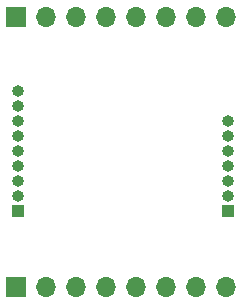
<source format=gbr>
%TF.GenerationSoftware,KiCad,Pcbnew,(7.0.0-0)*%
%TF.CreationDate,2023-10-19T00:03:18+09:00*%
%TF.ProjectId,shuttle-adaptor,73687574-746c-4652-9d61-646170746f72,rev?*%
%TF.SameCoordinates,Original*%
%TF.FileFunction,Soldermask,Top*%
%TF.FilePolarity,Negative*%
%FSLAX46Y46*%
G04 Gerber Fmt 4.6, Leading zero omitted, Abs format (unit mm)*
G04 Created by KiCad (PCBNEW (7.0.0-0)) date 2023-10-19 00:03:18*
%MOMM*%
%LPD*%
G01*
G04 APERTURE LIST*
%ADD10R,1.000000X1.000000*%
%ADD11O,1.000000X1.000000*%
%ADD12R,1.700000X1.700000*%
%ADD13O,1.700000X1.700000*%
G04 APERTURE END LIST*
D10*
%TO.C,A1*%
X144999999Y-84999999D03*
D11*
X144999999Y-83729999D03*
X144999999Y-82459999D03*
X144999999Y-81189999D03*
X144999999Y-79919999D03*
X144999999Y-78649999D03*
X144999999Y-77379999D03*
D10*
X127219999Y-84999999D03*
D11*
X127219999Y-83729999D03*
X127219999Y-82459999D03*
X127219999Y-81189999D03*
X127219999Y-79919999D03*
X127219999Y-78649999D03*
X127219999Y-77379999D03*
X127219999Y-76109999D03*
X127219999Y-74839999D03*
%TD*%
D12*
%TO.C,P1*%
X126999999Y-68579999D03*
D13*
X129539999Y-68579999D03*
X132079999Y-68579999D03*
X134619999Y-68579999D03*
X137159999Y-68579999D03*
X139699999Y-68579999D03*
X142239999Y-68579999D03*
X144779999Y-68579999D03*
%TD*%
D12*
%TO.C,P2*%
X126999999Y-91439999D03*
D13*
X129539999Y-91439999D03*
X132079999Y-91439999D03*
X134619999Y-91439999D03*
X137159999Y-91439999D03*
X139699999Y-91439999D03*
X142239999Y-91439999D03*
X144779999Y-91439999D03*
%TD*%
M02*

</source>
